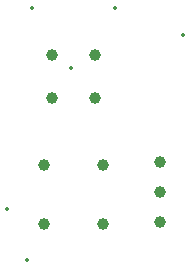
<source format=gbr>
%TF.GenerationSoftware,Altium Limited,Altium Designer,19.1.5 (86)*%
G04 Layer_Color=0*
%FSLAX44Y44*%
%MOMM*%
%TF.FileFunction,Plated,1,2,PTH,Drill*%
%TF.Part,Single*%
G01*
G75*
%TA.AperFunction,ComponentDrill*%
%ADD54C,1.0000*%
%ADD55C,1.0000*%
%TA.AperFunction,ViaDrill,NotFilled*%
%ADD56C,0.3500*%
D54*
X17960Y62960D02*
D03*
X-17960D02*
D03*
Y27040D02*
D03*
X17960D02*
D03*
X25000Y-80000D02*
D03*
Y-30000D02*
D03*
X-25000Y-80000D02*
D03*
Y-30000D02*
D03*
D55*
X73500Y-27600D02*
D03*
Y-53000D02*
D03*
Y-78400D02*
D03*
D56*
X-1915Y52000D02*
D03*
X92750Y80000D02*
D03*
X-56555Y-67250D02*
D03*
X-35000Y103000D02*
D03*
X35000D02*
D03*
X-39645Y-110000D02*
D03*
%TF.MD5,c413b5e2a5ed2558830d69059e59cba2*%
M02*

</source>
